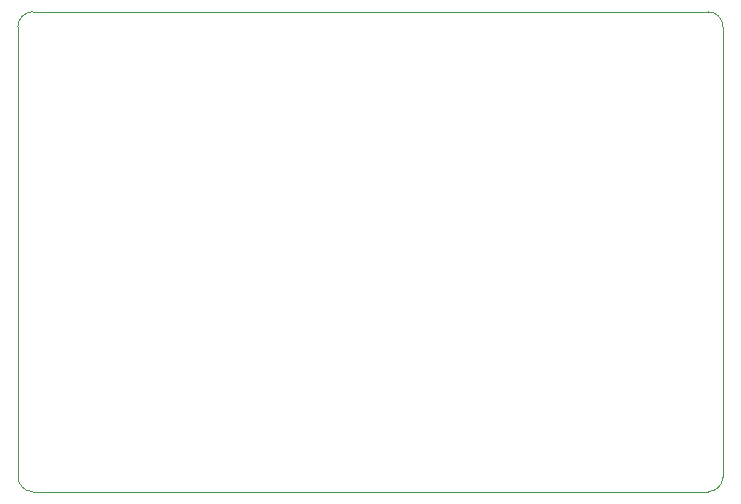
<source format=gm1>
G04 #@! TF.GenerationSoftware,KiCad,Pcbnew,5.1.12-84ad8e8a86~92~ubuntu18.04.1*
G04 #@! TF.CreationDate,2021-11-24T18:10:13-06:00*
G04 #@! TF.ProjectId,sixpack,73697870-6163-46b2-9e6b-696361645f70,rev?*
G04 #@! TF.SameCoordinates,Original*
G04 #@! TF.FileFunction,Profile,NP*
%FSLAX46Y46*%
G04 Gerber Fmt 4.6, Leading zero omitted, Abs format (unit mm)*
G04 Created by KiCad (PCBNEW 5.1.12-84ad8e8a86~92~ubuntu18.04.1) date 2021-11-24 18:10:13*
%MOMM*%
%LPD*%
G01*
G04 APERTURE LIST*
G04 #@! TA.AperFunction,Profile*
%ADD10C,0.050000*%
G04 #@! TD*
G04 APERTURE END LIST*
D10*
X72390000Y-49530000D02*
G75*
G02*
X73660000Y-48260000I1270000J0D01*
G01*
X130810000Y-48260000D02*
X73660000Y-48260000D01*
X130810000Y-48260000D02*
G75*
G02*
X132080000Y-49530000I0J-1270000D01*
G01*
X132080000Y-87630000D02*
X132080000Y-49530000D01*
X132080000Y-87630000D02*
G75*
G02*
X130810000Y-88900000I-1270000J0D01*
G01*
X73660000Y-88900000D02*
X130810000Y-88900000D01*
X72390000Y-87630000D02*
X72390000Y-49530000D01*
X73660000Y-88900000D02*
G75*
G02*
X72390000Y-87630000I0J1270000D01*
G01*
M02*

</source>
